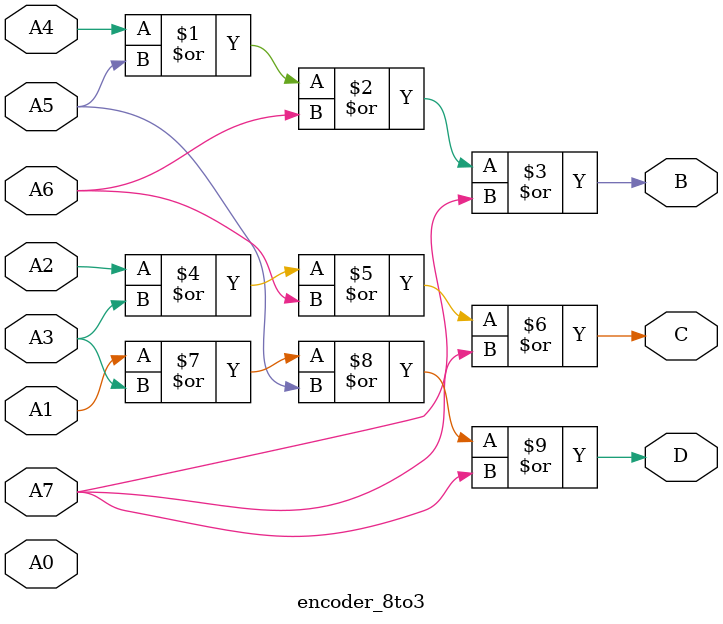
<source format=v>
`timescale 1ns / 1ps


module encoder_8to3(A7,A6,A5,A4,A3,A2,A1,A0,B,C,D);
input A7,A6,A5,A4,A3,A2,A1,A0;
output B,C,D;

assign B=(A4|A5|A6|A7);
assign C=(A2|A3|A6|A7);
assign D=(A1|A3|A5|A7);

endmodule
</source>
